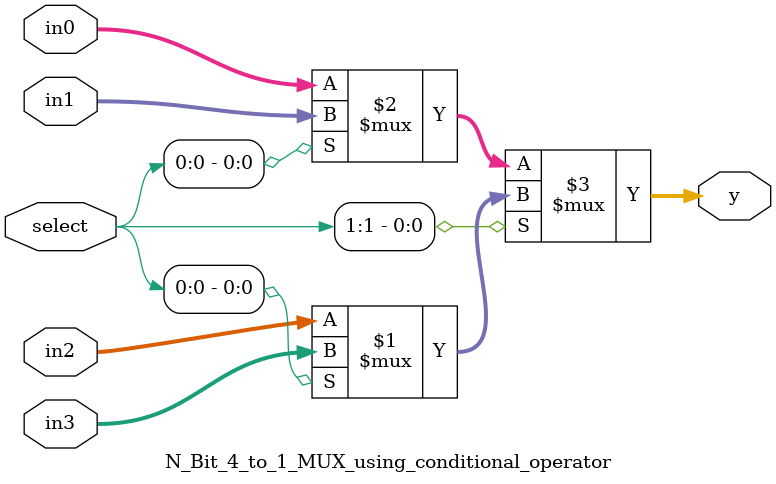
<source format=v>
module N_Bit_4_to_1_MUX_using_conditional_operator #(
    parameter N = 4 // Default width is 4 bits
)(
    input [1:0] select,       // 2-bit select signal
    input [N-1:0] in3,        // N-bit input 3
    input [N-1:0] in2,        // N-bit input 2
    input [N-1:0] in1,        // N-bit input 1
    input [N-1:0] in0,        // N-bit input 0
    output [N-1:0] y          // N-bit output
);

    // N-bit 4-to-1 multiplexer using conditional operator
    assign y = select[1] ? 
               (select[0] ? in3 : in2) : 
               (select[0] ? in1 : in0);

endmodule

</source>
